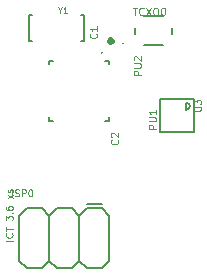
<source format=gbr>
%TF.GenerationSoftware,KiCad,Pcbnew,6.0.5-a6ca702e91~116~ubuntu20.04.1*%
%TF.CreationDate,2022-05-09T20:04:05+03:00*%
%TF.ProjectId,ict_v361-xs,6963745f-7633-4363-912d-78732e6b6963,rev?*%
%TF.SameCoordinates,Original*%
%TF.FileFunction,Legend,Top*%
%TF.FilePolarity,Positive*%
%FSLAX46Y46*%
G04 Gerber Fmt 4.6, Leading zero omitted, Abs format (unit mm)*
G04 Created by KiCad (PCBNEW 6.0.5-a6ca702e91~116~ubuntu20.04.1) date 2022-05-09 20:04:05*
%MOMM*%
%LPD*%
G01*
G04 APERTURE LIST*
%ADD10C,0.056000*%
%ADD11C,0.105000*%
%ADD12C,0.119969*%
%ADD13C,0.074778*%
%ADD14C,0.114300*%
%ADD15C,0.381000*%
%ADD16C,0.097536*%
%ADD17C,0.093472*%
%ADD18C,0.203200*%
%ADD19C,0.127000*%
%ADD20C,0.152400*%
G04 APERTURE END LIST*
D10*
X147990833Y-97611600D02*
X148021500Y-97642266D01*
X147990833Y-97672933D01*
X147960166Y-97642266D01*
X147990833Y-97611600D01*
X147990833Y-97672933D01*
X149790833Y-96811600D02*
X149821500Y-96842266D01*
X149790833Y-96872933D01*
X149760166Y-96842266D01*
X149790833Y-96811600D01*
X149790833Y-96872933D01*
D11*
X140472766Y-113593683D02*
X139877766Y-113593683D01*
X140416100Y-112970350D02*
X140444433Y-112998683D01*
X140472766Y-113083683D01*
X140472766Y-113140350D01*
X140444433Y-113225350D01*
X140387766Y-113282016D01*
X140331100Y-113310350D01*
X140217766Y-113338683D01*
X140132766Y-113338683D01*
X140019433Y-113310350D01*
X139962766Y-113282016D01*
X139906100Y-113225350D01*
X139877766Y-113140350D01*
X139877766Y-113083683D01*
X139906100Y-112998683D01*
X139934433Y-112970350D01*
X139877766Y-112800350D02*
X139877766Y-112460350D01*
X140472766Y-112630350D02*
X139877766Y-112630350D01*
X139877766Y-111865350D02*
X139877766Y-111497016D01*
X140104433Y-111695350D01*
X140104433Y-111610350D01*
X140132766Y-111553683D01*
X140161100Y-111525350D01*
X140217766Y-111497016D01*
X140359433Y-111497016D01*
X140416100Y-111525350D01*
X140444433Y-111553683D01*
X140472766Y-111610350D01*
X140472766Y-111780350D01*
X140444433Y-111837016D01*
X140416100Y-111865350D01*
X140416100Y-111242016D02*
X140444433Y-111213683D01*
X140472766Y-111242016D01*
X140444433Y-111270350D01*
X140416100Y-111242016D01*
X140472766Y-111242016D01*
X139877766Y-110703683D02*
X139877766Y-110817016D01*
X139906100Y-110873683D01*
X139934433Y-110902016D01*
X140019433Y-110958683D01*
X140132766Y-110987016D01*
X140359433Y-110987016D01*
X140416100Y-110958683D01*
X140444433Y-110930350D01*
X140472766Y-110873683D01*
X140472766Y-110760350D01*
X140444433Y-110703683D01*
X140416100Y-110675350D01*
X140359433Y-110647016D01*
X140217766Y-110647016D01*
X140161100Y-110675350D01*
X140132766Y-110703683D01*
X140104433Y-110760350D01*
X140104433Y-110873683D01*
X140132766Y-110930350D01*
X140161100Y-110958683D01*
X140217766Y-110987016D01*
X140472766Y-109995350D02*
X140076100Y-109683683D01*
X140076100Y-109995350D02*
X140472766Y-109683683D01*
X140444433Y-109485350D02*
X140472766Y-109428683D01*
X140472766Y-109315350D01*
X140444433Y-109258683D01*
X140387766Y-109230350D01*
X140359433Y-109230350D01*
X140302766Y-109258683D01*
X140274433Y-109315350D01*
X140274433Y-109400350D01*
X140246100Y-109457016D01*
X140189433Y-109485350D01*
X140161100Y-109485350D01*
X140104433Y-109457016D01*
X140076100Y-109400350D01*
X140076100Y-109315350D01*
X140104433Y-109258683D01*
D12*
%TO.C,U3*%
X155851363Y-102581139D02*
X156320912Y-102581139D01*
X156376153Y-102553518D01*
X156403774Y-102525898D01*
X156431394Y-102470657D01*
X156431394Y-102360175D01*
X156403774Y-102304933D01*
X156376153Y-102277313D01*
X156320912Y-102249692D01*
X155851363Y-102249692D01*
X155851363Y-102028728D02*
X155851363Y-101669661D01*
X156072328Y-101863005D01*
X156072328Y-101780144D01*
X156099948Y-101724902D01*
X156127569Y-101697282D01*
X156182810Y-101669661D01*
X156320912Y-101669661D01*
X156376153Y-101697282D01*
X156403774Y-101724902D01*
X156431394Y-101780144D01*
X156431394Y-101945867D01*
X156403774Y-102001108D01*
X156376153Y-102028728D01*
D13*
%TO.C,TCXO0*%
X150639250Y-93861216D02*
X150996520Y-93861216D01*
X150817885Y-94486438D02*
X150817885Y-93861216D01*
X151562197Y-94426893D02*
X151532424Y-94456666D01*
X151443107Y-94486438D01*
X151383562Y-94486438D01*
X151294245Y-94456666D01*
X151234700Y-94397121D01*
X151204927Y-94337576D01*
X151175155Y-94218486D01*
X151175155Y-94129168D01*
X151204927Y-94010078D01*
X151234700Y-93950533D01*
X151294245Y-93890989D01*
X151383562Y-93861216D01*
X151443107Y-93861216D01*
X151532424Y-93890989D01*
X151562197Y-93920761D01*
X151770604Y-93861216D02*
X152187419Y-94486438D01*
X152187419Y-93861216D02*
X151770604Y-94486438D01*
X152544689Y-93861216D02*
X152663779Y-93861216D01*
X152723323Y-93890989D01*
X152782868Y-93950533D01*
X152812641Y-94069623D01*
X152812641Y-94278031D01*
X152782868Y-94397121D01*
X152723323Y-94456666D01*
X152663779Y-94486438D01*
X152544689Y-94486438D01*
X152485144Y-94456666D01*
X152425599Y-94397121D01*
X152395826Y-94278031D01*
X152395826Y-94069623D01*
X152425599Y-93950533D01*
X152485144Y-93890989D01*
X152544689Y-93861216D01*
X153199683Y-93861216D02*
X153259228Y-93861216D01*
X153318773Y-93890989D01*
X153348545Y-93920761D01*
X153378318Y-93980306D01*
X153408090Y-94099396D01*
X153408090Y-94248258D01*
X153378318Y-94367348D01*
X153348545Y-94426893D01*
X153318773Y-94456666D01*
X153259228Y-94486438D01*
X153199683Y-94486438D01*
X153140138Y-94456666D01*
X153110366Y-94426893D01*
X153080593Y-94367348D01*
X153050821Y-94248258D01*
X153050821Y-94099396D01*
X153080593Y-93980306D01*
X153110366Y-93920761D01*
X153140138Y-93890989D01*
X153199683Y-93861216D01*
%TO.C,C2*%
X149374393Y-105048862D02*
X149404166Y-105078634D01*
X149433938Y-105167952D01*
X149433938Y-105227497D01*
X149404166Y-105316814D01*
X149344621Y-105376359D01*
X149285076Y-105406131D01*
X149165986Y-105435904D01*
X149076668Y-105435904D01*
X148957578Y-105406131D01*
X148898033Y-105376359D01*
X148838489Y-105316814D01*
X148808716Y-105227497D01*
X148808716Y-105167952D01*
X148838489Y-105078634D01*
X148868261Y-105048862D01*
X148868261Y-104810682D02*
X148838489Y-104780909D01*
X148808716Y-104721364D01*
X148808716Y-104572502D01*
X148838489Y-104512957D01*
X148868261Y-104483185D01*
X148927806Y-104453412D01*
X148987351Y-104453412D01*
X149076668Y-104483185D01*
X149433938Y-104840454D01*
X149433938Y-104453412D01*
D14*
%TO.C,ISP0*%
X140425433Y-109820159D02*
X140425433Y-109234459D01*
X140676447Y-109792269D02*
X140760119Y-109820159D01*
X140899571Y-109820159D01*
X140955352Y-109792269D01*
X140983243Y-109764378D01*
X141011133Y-109708597D01*
X141011133Y-109652816D01*
X140983243Y-109597035D01*
X140955352Y-109569145D01*
X140899571Y-109541254D01*
X140788009Y-109513364D01*
X140732228Y-109485473D01*
X140704338Y-109457583D01*
X140676447Y-109401802D01*
X140676447Y-109346021D01*
X140704338Y-109290240D01*
X140732228Y-109262350D01*
X140788009Y-109234459D01*
X140927462Y-109234459D01*
X141011133Y-109262350D01*
X141262147Y-109820159D02*
X141262147Y-109234459D01*
X141485271Y-109234459D01*
X141541052Y-109262350D01*
X141568943Y-109290240D01*
X141596833Y-109346021D01*
X141596833Y-109429692D01*
X141568943Y-109485473D01*
X141541052Y-109513364D01*
X141485271Y-109541254D01*
X141262147Y-109541254D01*
X141959409Y-109234459D02*
X142015190Y-109234459D01*
X142070971Y-109262350D01*
X142098862Y-109290240D01*
X142126752Y-109346021D01*
X142154643Y-109457583D01*
X142154643Y-109597035D01*
X142126752Y-109708597D01*
X142098862Y-109764378D01*
X142070971Y-109792269D01*
X142015190Y-109820159D01*
X141959409Y-109820159D01*
X141903628Y-109792269D01*
X141875738Y-109764378D01*
X141847847Y-109708597D01*
X141819957Y-109597035D01*
X141819957Y-109457583D01*
X141847847Y-109346021D01*
X141875738Y-109290240D01*
X141903628Y-109262350D01*
X141959409Y-109234459D01*
D15*
%TO.C,U4*%
X148650171Y-96649402D02*
X148752980Y-96546592D01*
X148855790Y-96649402D01*
X148752980Y-96752211D01*
X148650171Y-96649402D01*
X148855790Y-96649402D01*
D16*
%TO.C,Y1*%
X144483954Y-94067408D02*
X144483954Y-94311248D01*
X144313266Y-93799184D02*
X144483954Y-94067408D01*
X144654642Y-93799184D01*
X145093554Y-94311248D02*
X144800946Y-94311248D01*
X144947250Y-94311248D02*
X144947250Y-93799184D01*
X144898482Y-93872336D01*
X144849714Y-93921104D01*
X144800946Y-93945488D01*
D13*
%TO.C,C1*%
X147574393Y-96048862D02*
X147604166Y-96078634D01*
X147633938Y-96167952D01*
X147633938Y-96227497D01*
X147604166Y-96316814D01*
X147544621Y-96376359D01*
X147485076Y-96406131D01*
X147365986Y-96435904D01*
X147276668Y-96435904D01*
X147157578Y-96406131D01*
X147098033Y-96376359D01*
X147038489Y-96316814D01*
X147008716Y-96227497D01*
X147008716Y-96167952D01*
X147038489Y-96078634D01*
X147068261Y-96048862D01*
X147633938Y-95453412D02*
X147633938Y-95810682D01*
X147633938Y-95632047D02*
X147008716Y-95632047D01*
X147098033Y-95691592D01*
X147157578Y-95751137D01*
X147187351Y-95810682D01*
D17*
%TO.C,PU2*%
X151340481Y-99533431D02*
X150733953Y-99533431D01*
X150733953Y-99302373D01*
X150762836Y-99244608D01*
X150791718Y-99215726D01*
X150849482Y-99186844D01*
X150936129Y-99186844D01*
X150993894Y-99215726D01*
X151022776Y-99244608D01*
X151051658Y-99302373D01*
X151051658Y-99533431D01*
X150733953Y-98926903D02*
X151224952Y-98926903D01*
X151282717Y-98898021D01*
X151311599Y-98869139D01*
X151340481Y-98811374D01*
X151340481Y-98695845D01*
X151311599Y-98638080D01*
X151282717Y-98609198D01*
X151224952Y-98580316D01*
X150733953Y-98580316D01*
X150791718Y-98320375D02*
X150762836Y-98291493D01*
X150733953Y-98233728D01*
X150733953Y-98089317D01*
X150762836Y-98031552D01*
X150791718Y-98002670D01*
X150849482Y-97973788D01*
X150907247Y-97973788D01*
X150993894Y-98002670D01*
X151340481Y-98349258D01*
X151340481Y-97973788D01*
%TO.C,PU1*%
X152610481Y-104104529D02*
X152003953Y-104104529D01*
X152003953Y-103873471D01*
X152032836Y-103815706D01*
X152061718Y-103786824D01*
X152119482Y-103757941D01*
X152206129Y-103757941D01*
X152263894Y-103786824D01*
X152292776Y-103815706D01*
X152321658Y-103873471D01*
X152321658Y-104104529D01*
X152003953Y-103498001D02*
X152494952Y-103498001D01*
X152552717Y-103469119D01*
X152581599Y-103440236D01*
X152610481Y-103382472D01*
X152610481Y-103266943D01*
X152581599Y-103209178D01*
X152552717Y-103180296D01*
X152494952Y-103151413D01*
X152003953Y-103151413D01*
X152610481Y-102544885D02*
X152610481Y-102891473D01*
X152610481Y-102718179D02*
X152003953Y-102718179D01*
X152090600Y-102775944D01*
X152148365Y-102833708D01*
X152177247Y-102891473D01*
D18*
%TO.C,U3*%
X155191000Y-102505200D02*
X155191000Y-101905200D01*
X155191000Y-102505200D02*
G75*
G03*
X155191000Y-101905200I0J300000D01*
G01*
X155791000Y-101605200D02*
X155791000Y-104405200D01*
X152991000Y-101605200D02*
X155791000Y-101605200D01*
X152991000Y-104405200D02*
X152991000Y-101605200D01*
X155791000Y-104405200D02*
X152991000Y-104405200D01*
D19*
%TO.C,TCXO0*%
X154001100Y-95553600D02*
X154001100Y-96053600D01*
X150801100Y-95553600D02*
X150801100Y-96053600D01*
X151581100Y-97053600D02*
X153181100Y-97053600D01*
X151581100Y-94553600D02*
X153231100Y-94553600D01*
D18*
%TO.C,ISP0*%
X146735500Y-110505200D02*
X148005500Y-110505200D01*
X148005500Y-110840200D02*
X146735500Y-110840200D01*
X145465500Y-110840200D02*
X144195500Y-110840200D01*
X142925500Y-110840200D02*
X141655500Y-110840200D01*
X141020500Y-115285200D02*
X141020500Y-111475200D01*
X143560500Y-115285200D02*
X143560500Y-111475200D01*
X146100500Y-115285200D02*
X146100500Y-111475200D01*
X141655500Y-115920200D02*
X141020500Y-115285200D01*
X142925500Y-115920200D02*
X141655500Y-115920200D01*
X143560500Y-115285200D02*
X142925500Y-115920200D01*
X144195500Y-115920200D02*
X143560500Y-115285200D01*
X145465500Y-115920200D02*
X144195500Y-115920200D01*
X146100500Y-115285200D02*
X145465500Y-115920200D01*
X146735500Y-115920200D02*
X146100500Y-115285200D01*
X148005500Y-115920200D02*
X146735500Y-115920200D01*
X148640500Y-115285200D02*
X148005500Y-115920200D01*
X148640500Y-111475200D02*
X148640500Y-115285200D01*
X141655500Y-110840200D02*
X141020500Y-111475200D01*
X143560500Y-111475200D02*
X142925500Y-110840200D01*
X144195500Y-110840200D02*
X143560500Y-111475200D01*
X146100500Y-111475200D02*
X145465500Y-110840200D01*
X146735500Y-110840200D02*
X146100500Y-111475200D01*
X148640500Y-111475200D02*
X148005500Y-110840200D01*
D20*
%TO.C,U4*%
X148336300Y-103443600D02*
X148641100Y-103443600D01*
X143561100Y-103138800D02*
X143561100Y-103443600D01*
X143865900Y-98363600D02*
X143561100Y-98363600D01*
X148641100Y-98668400D02*
X148641100Y-98363600D01*
X143561100Y-98363600D02*
X143561100Y-98668400D01*
X143561100Y-103443600D02*
X143865900Y-103443600D01*
X148641100Y-103443600D02*
X148641100Y-103138800D01*
X148641100Y-98363600D02*
X148336300Y-98363600D01*
D18*
%TO.C,Y1*%
X146551100Y-96703600D02*
X146301100Y-96703600D01*
X146551100Y-94503600D02*
X146301100Y-94503600D01*
X146551100Y-96703600D02*
X146551100Y-94503600D01*
X142101100Y-96703600D02*
X141851100Y-96703600D01*
X142101100Y-94503600D02*
X141851100Y-94503600D01*
X141851100Y-96703600D02*
X141851100Y-94503600D01*
%TD*%
M02*

</source>
